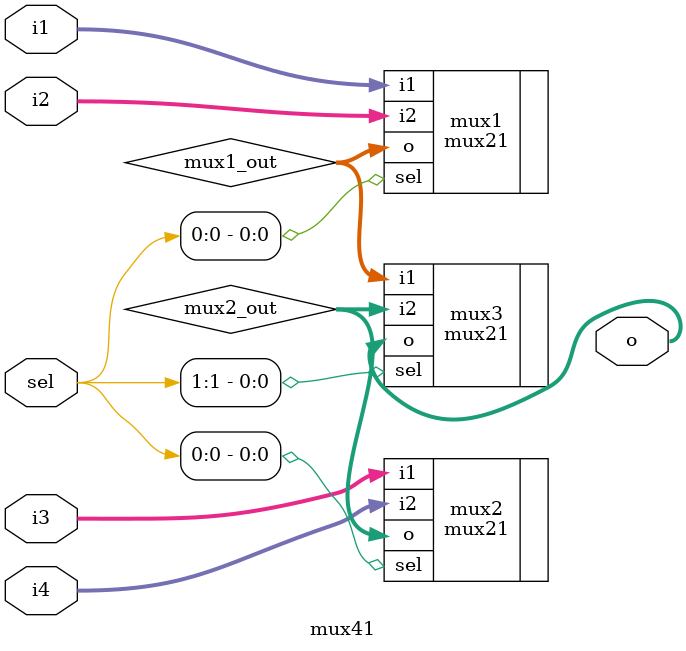
<source format=sv>
module mux41(
    input logic [1:0] sel, 
    input logic [31:0] i1, 
    input logic [31:0] i2, 
    input logic [31:0] i3, 
    input logic [31:0] i4, 
    output logic [31:0] o
);

    logic [31:0] mux1_out;
    logic [31:0] mux2_out; 
    mux21 mux1(
        .sel(sel[0]), 
        .i1(i1), 
        .i2(i2),
        .o(mux1_out)
    );

    mux21 mux2(
        .sel(sel[0]),
        .i1(i3),
        .i2(i4),
        .o(mux2_out)
    );

    mux21 mux3(
        .sel(sel[1]),
        .i1(mux1_out), 
        .i2(mux2_out), 
        .o(o)
    );

endmodule

</source>
